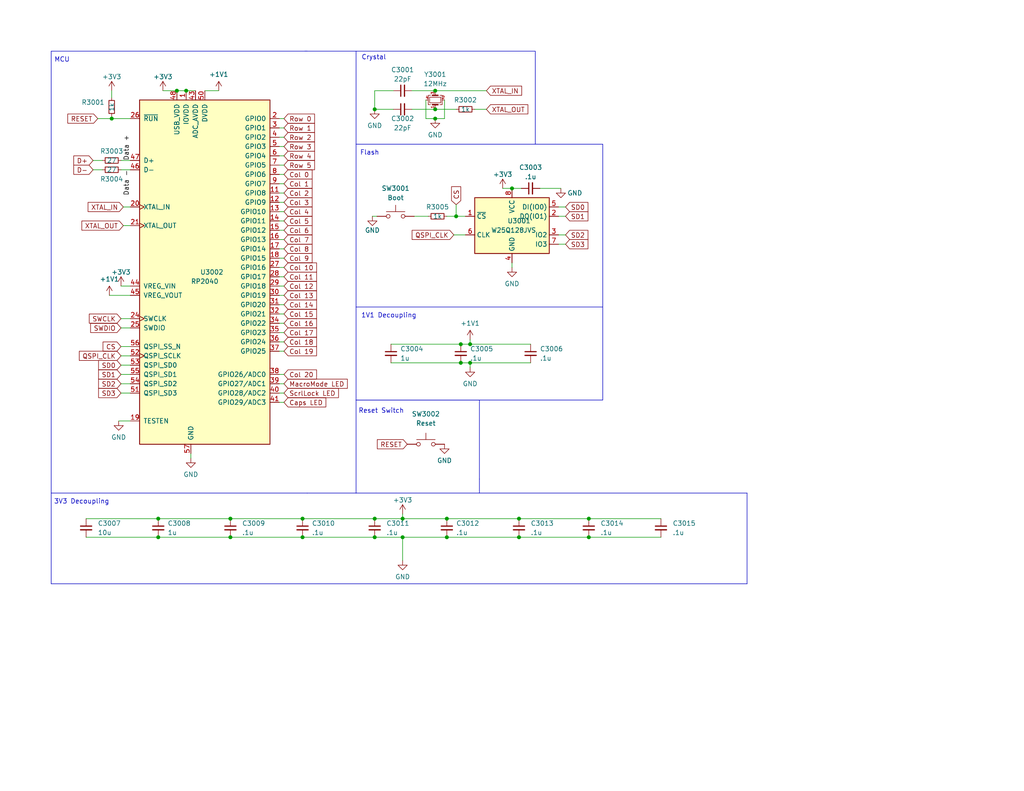
<source format=kicad_sch>
(kicad_sch (version 20230121) (generator eeschema)
  (paper "USLetter")
  (title_block (title "BadABoard MK1") (date "2022-09-13") (rev "1.0") (company "Callsign_Carrot"))
  (lib_symbols
    (symbol "Device:C_Small" (pin_numbers hide) (pin_names (offset 0.254) hide)
      (property "Reference" "C" (at 0.254 1.778 0))
      (property "Value" "C_Small" (at 0.254 -2.032 0))
      (symbol "C_Small_0_1"
        (polyline (pts (xy -1.524 -0.508) (xy 1.524 -0.508)) (stroke (width 0.3302)))
        (polyline (pts (xy -1.524 0.508) (xy 1.524 0.508)) (stroke (width 0.3048)))
      )
      (symbol "C_Small_1_1"
        (pin passive line (at 0 2.54 270) (length 2.032) (name "~") (number "1"))
        (pin passive line (at 0 -2.54 90) (length 2.032) (name "~") (number "2"))
      )
    )
    (symbol "Device:Crystal_GND24_Small" (pin_names (offset 1.016) hide)
      (property "Reference" "Y" (at 1.27 4.445 0))
      (property "Value" "Crystal_GND24_Small" (at 1.27 2.54 0))
      (symbol "Crystal_GND24_Small_0_1"
        (rectangle (start -0.762 -1.524) (end 0.762 1.524))
        (polyline (pts (xy -1.27 -0.762) (xy -1.27 0.762)) (stroke (width 0.381)))
        (polyline (pts (xy 1.27 -0.762) (xy 1.27 0.762)) (stroke (width 0.381)))
        (polyline (pts (xy -1.27 -1.27) (xy -1.27 -1.905) (xy 1.27 -1.905) (xy 1.27 -1.27)))
        (polyline (pts (xy -1.27 1.27) (xy -1.27 1.905) (xy 1.27 1.905) (xy 1.27 1.27)))
      )
      (symbol "Crystal_GND24_Small_1_1"
        (pin passive line (at -2.54 0 0) (length 1.27) (name "1") (number "1"))
        (pin passive line (at 0 -2.54 90) (length 0.635) (name "2") (number "2"))
        (pin passive line (at 2.54 0 180) (length 1.27) (name "3") (number "3"))
        (pin passive line (at 0 2.54 270) (length 0.635) (name "4") (number "4"))
      )
    )
    (symbol "Device:R_Small" (pin_numbers hide) (pin_names (offset 0.254) hide)
      (property "Reference" "R" (at 0.762 0.508 0))
      (property "Value" "R_Small" (at 0.762 -1.016 0))
      (symbol "R_Small_0_1"
        (rectangle (start -0.762 1.778) (end 0.762 -1.778) (stroke (width 0.2032)))
      )
      (symbol "R_Small_1_1"
        (pin passive line (at 0 2.54 270) (length 0.762) (name "~") (number "1"))
        (pin passive line (at 0 -2.54 90) (length 0.762) (name "~") (number "2"))
      )
    )
    (symbol "Memory_Flash:W25Q128JVS"
      (property "Reference" "U" (at -8.89 8.89 0))
      (property "Value" "W25Q128JVS" (at 7.62 8.89 0))
      (symbol "W25Q128JVS_0_1"
        (rectangle (start -10.16 7.62) (end 10.16 -7.62) (stroke (width 0.254)) (fill (type background)))
      )
      (symbol "W25Q128JVS_1_1"
        (pin input line (at -12.7 2.54 0) (length 2.54) (name "~{CS}") (number "1"))
        (pin bidirectional line (at 12.7 2.54 180) (length 2.54) (name "DO(IO1)") (number "2"))
        (pin bidirectional line (at 12.7 -2.54 180) (length 2.54) (name "IO2") (number "3"))
        (pin power_in line (at 0 -10.16 90) (length 2.54) (name "GND") (number "4"))
        (pin bidirectional line (at 12.7 5.08 180) (length 2.54) (name "DI(IO0)") (number "5"))
        (pin input line (at -12.7 -2.54 0) (length 2.54) (name "CLK") (number "6"))
        (pin bidirectional line (at 12.7 -5.08 180) (length 2.54) (name "IO3") (number "7"))
        (pin power_in line (at 0 10.16 270) (length 2.54) (name "VCC") (number "8"))
      )
    )
    (symbol "Switch:SW_Push" (pin_numbers hide) (pin_names (offset 1.016) hide)
      (property "Reference" "SW" (at 1.27 2.54 0))
      (property "Value" "SW_Push" (at 0 -1.524 0))
      (symbol "SW_Push_0_1"
        (circle (center -2.032 0) (radius 0.508))
        (polyline (pts (xy 0 1.27) (xy 0 3.048)))
        (polyline (pts (xy 2.54 1.27) (xy -2.54 1.27)))
        (circle (center 2.032 0) (radius 0.508))
        (pin passive line (at -5.08 0 0) (length 2.54) (name "1") (number "1"))
        (pin passive line (at 5.08 0 180) (length 2.54) (name "2") (number "2"))
      )
    )
    (symbol "cipulot_parts:RP2040" (pin_names (offset 1.016))
      (property "Reference" "U" (at 8.89 51.435 0))
      (property "Value" "RP2040" (at 8.89 48.895 0))
      (symbol "RP2040_0_0"
        (rectangle (start -17.78 -45.72) (end 17.78 48.26) (stroke (width 0.254)) (fill (type background)))
      )
      (symbol "RP2040_1_1"
        (pin power_in line (at -5.08 50.8 270) (length 2.54) (name "IOVDD") (number "1"))
        (pin power_in line (at -5.08 50.8 270) (length 2.54) hide (name "IOVDD") (number "10"))
        (pin input line (at 20.32 22.86 180) (length 2.54) (name "GPIO8") (number "11"))
        (pin input line (at 20.32 20.32 180) (length 2.54) (name "GPIO9") (number "12"))
        (pin input line (at 20.32 17.78 180) (length 2.54) (name "GPIO10") (number "13"))
        (pin input line (at 20.32 15.24 180) (length 2.54) (name "GPIO11") (number "14"))
        (pin input line (at 20.32 12.7 180) (length 2.54) (name "GPIO12") (number "15"))
        (pin input line (at 20.32 10.16 180) (length 2.54) (name "GPIO13") (number "16"))
        (pin input line (at 20.32 7.62 180) (length 2.54) (name "GPIO14") (number "17"))
        (pin input line (at 20.32 5.08 180) (length 2.54) (name "GPIO15") (number "18"))
        (pin input line (at -20.32 -39.37 0) (length 2.54) (name "TESTEN") (number "19"))
        (pin input line (at 20.32 43.18 180) (length 2.54) (name "GPIO0") (number "2"))
        (pin input clock (at -20.32 19.05 0) (length 2.54) (name "XTAL_IN") (number "20"))
        (pin input clock (at -20.32 13.97 0) (length 2.54) (name "XTAL_OUT") (number "21"))
        (pin power_in line (at -5.08 50.8 270) (length 2.54) hide (name "IOVDD") (number "22"))
        (pin power_in line (at 0 50.8 270) (length 2.54) hide (name "DVDD") (number "23"))
        (pin input clock (at -20.32 -11.43 0) (length 2.54) (name "SWCLK") (number "24"))
        (pin bidirectional line (at -20.32 -13.97 0) (length 2.54) (name "SWDIO") (number "25"))
        (pin input line (at -20.32 43.18 0) (length 2.54) (name "~{RUN}") (number "26"))
        (pin input line (at 20.32 2.54 180) (length 2.54) (name "GPIO16") (number "27"))
        (pin input line (at 20.32 0 180) (length 2.54) (name "GPIO17") (number "28"))
        (pin input line (at 20.32 -2.54 180) (length 2.54) (name "GPIO18") (number "29"))
        (pin input line (at 20.32 40.64 180) (length 2.54) (name "GPIO1") (number "3"))
        (pin input line (at 20.32 -5.08 180) (length 2.54) (name "GPIO19") (number "30"))
        (pin input line (at 20.32 -7.62 180) (length 2.54) (name "GPIO20") (number "31"))
        (pin input line (at 20.32 -10.16 180) (length 2.54) (name "GPIO21") (number "32"))
        (pin power_in line (at -5.08 50.8 270) (length 2.54) hide (name "IOVDD") (number "33"))
        (pin input line (at 20.32 -12.7 180) (length 2.54) (name "GPIO22") (number "34"))
        (pin input line (at 20.32 -15.24 180) (length 2.54) (name "GPIO23") (number "35"))
        (pin input line (at 20.32 -17.78 180) (length 2.54) (name "GPIO24") (number "36"))
        (pin input line (at 20.32 -20.32 180) (length 2.54) (name "GPIO25") (number "37"))
        (pin input line (at 20.32 -26.67 180) (length 2.54) (name "GPIO26/ADC0") (number "38"))
        (pin input line (at 20.32 -29.21 180) (length 2.54) (name "GPIO27/ADC1") (number "39"))
        (pin input line (at 20.32 38.1 180) (length 2.54) (name "GPIO2") (number "4"))
        (pin input line (at 20.32 -31.75 180) (length 2.54) (name "GPIO28/ADC2") (number "40"))
        (pin input line (at 20.32 -34.29 180) (length 2.54) (name "GPIO29/ADC3") (number "41"))
        (pin power_in line (at -5.08 50.8 270) (length 2.54) hide (name "IOVDD") (number "42"))
        (pin power_in line (at -2.54 50.8 270) (length 2.54) (name "ADC_AVDD") (number "43"))
        (pin power_in line (at -20.32 -2.54 0) (length 2.54) (name "VREG_VIN") (number "44"))
        (pin power_out line (at -20.32 -5.08 0) (length 2.54) (name "VREG_VOUT") (number "45"))
        (pin bidirectional line (at -20.32 29.21 0) (length 2.54) (name "D-") (number "46"))
        (pin bidirectional line (at -20.32 31.75 0) (length 2.54) (name "D+") (number "47"))
        (pin power_in line (at -7.62 50.8 270) (length 2.54) (name "USB_VDD") (number "48"))
        (pin power_in line (at -5.08 50.8 270) (length 2.54) hide (name "IOVDD") (number "49"))
        (pin input line (at 20.32 35.56 180) (length 2.54) (name "GPIO3") (number "5"))
        (pin power_in line (at 0 50.8 270) (length 2.54) (name "DVDD") (number "50"))
        (pin bidirectional line (at -20.32 -31.75 0) (length 2.54) (name "QSPI_SD3") (number "51"))
        (pin input clock (at -20.32 -21.59 0) (length 2.54) (name "QSPI_SCLK") (number "52"))
        (pin bidirectional line (at -20.32 -24.13 0) (length 2.54) (name "QSPI_SD0") (number "53"))
        (pin bidirectional line (at -20.32 -29.21 0) (length 2.54) (name "QSPI_SD2") (number "54"))
        (pin bidirectional line (at -20.32 -26.67 0) (length 2.54) (name "QSPI_SD1") (number "55"))
        (pin bidirectional line (at -20.32 -19.05 0) (length 2.54) (name "QSPI_SS_N") (number "56"))
        (pin power_in line (at -3.81 -48.26 90) (length 2.54) (name "GND") (number "57"))
        (pin input line (at 20.32 33.02 180) (length 2.54) (name "GPIO4") (number "6"))
        (pin input line (at 20.32 30.48 180) (length 2.54) (name "GPIO5") (number "7"))
        (pin input line (at 20.32 27.94 180) (length 2.54) (name "GPIO6") (number "8"))
        (pin input line (at 20.32 25.4 180) (length 2.54) (name "GPIO7") (number "9"))
      )
    )
    (symbol "power:+1V1" (power) (pin_names (offset 0))
      (property "Value" "+1V1" (at 0 3.556 0))
      (symbol "+1V1_0_1"
        (polyline (pts (xy -0.762 1.27) (xy 0 2.54)))
        (polyline (pts (xy 0 0) (xy 0 2.54)))
        (polyline (pts (xy 0 2.54) (xy 0.762 1.27)))
      )
      (symbol "+1V1_1_1"
        (pin power_in line (at 0 0 90) (length 0) hide (name "+1V1") (number "1"))
      )
    )
    (symbol "power:+3V3" (power) (pin_names (offset 0))
      (property "Value" "+3V3" (at 0 3.556 0))
      (symbol "+3V3_0_1"
        (polyline (pts (xy -0.762 1.27) (xy 0 2.54)))
        (polyline (pts (xy 0 0) (xy 0 2.54)))
        (polyline (pts (xy 0 2.54) (xy 0.762 1.27)))
      )
      (symbol "+3V3_1_1"
        (pin power_in line (at 0 0 90) (length 0) hide (name "+3V3") (number "1"))
      )
    )
    (symbol "power:GND" (power) (pin_names (offset 0))
      (property "Value" "GND" (at 0 -3.81 0))
      (symbol "GND_0_1"
        (polyline (pts (xy 0 0) (xy 0 -1.27) (xy 1.27 -1.27) (xy 0 -2.54) (xy -1.27 -1.27) (xy 0 -1.27)))
      )
      (symbol "GND_1_1"
        (pin power_in line (at 0 0 270) (length 0) hide (name "GND") (number "1"))
      )
    )
  )
  (junction (at 43.18 141.605))
  (junction (at 62.865 146.685))
  (junction (at 82.55 146.685))
  (junction (at 160.655 146.685))
  (junction (at 118.745 29.845))
  (junction (at 62.865 141.605))
  (junction (at 102.235 146.685))
  (junction (at 141.605 146.685))
  (junction (at 128.27 93.98))
  (junction (at 160.655 141.605))
  (junction (at 50.8 24.765))
  (junction (at 118.745 32.385))
  (junction (at 139.7 51.435))
  (junction (at 141.605 141.605))
  (junction (at 128.27 99.06))
  (junction (at 121.92 146.685))
  (junction (at 48.26 24.765))
  (junction (at 125.73 99.06))
  (junction (at 109.855 146.685))
  (junction (at 124.46 59.055))
  (junction (at 102.235 141.605))
  (junction (at 121.92 141.605))
  (junction (at 82.55 141.605))
  (junction (at 102.235 29.845))
  (junction (at 30.48 32.385))
  (junction (at 43.18 146.685))
  (junction (at 109.855 141.605))
  (junction (at 118.745 24.765))
  (junction (at 125.73 93.98))
  (wire (pts (xy 160.655 146.685) (xy 180.34 146.685)))
  (wire (pts (xy 76.2 104.775) (xy 77.47 104.775)))
  (wire (pts (xy 124.46 59.055) (xy 127 59.055)))
  (wire (pts (xy 76.2 60.325) (xy 77.47 60.325)))
  (polyline (pts (xy 97.155 109.22) (xy 130.81 109.22)))
  (polyline (pts (xy 97.155 13.97) (xy 146.05 13.97)))
  (wire (pts (xy 102.235 29.845) (xy 107.315 29.845)))
  (wire (pts (xy 76.2 85.725) (xy 77.47 85.725)))
  (polyline (pts (xy 13.97 159.385) (xy 203.835 159.385)))
  (wire (pts (xy 33.02 46.355) (xy 35.56 46.355)))
  (wire (pts (xy 33.02 43.815) (xy 35.56 43.815)))
  (wire (pts (xy 125.73 93.98) (xy 128.27 93.98)))
  (wire (pts (xy 33.02 102.235) (xy 35.56 102.235)))
  (polyline (pts (xy 83.82 134.62) (xy 13.97 134.62)))
  (wire (pts (xy 106.68 99.06) (xy 125.73 99.06)))
  (wire (pts (xy 76.2 50.165) (xy 77.47 50.165)))
  (wire (pts (xy 76.2 93.345) (xy 77.47 93.345)))
  (wire (pts (xy 76.2 40.005) (xy 77.47 40.005)))
  (wire (pts (xy 152.4 66.675) (xy 154.305 66.675)))
  (wire (pts (xy 76.2 70.485) (xy 77.47 70.485)))
  (wire (pts (xy 76.2 90.805) (xy 77.47 90.805)))
  (wire (pts (xy 109.855 146.685) (xy 109.855 153.035)))
  (wire (pts (xy 147.32 51.435) (xy 153.035 51.435)))
  (polyline (pts (xy 203.835 134.62) (xy 97.155 134.62)))
  (wire (pts (xy 102.235 24.765) (xy 107.315 24.765)))
  (wire (pts (xy 82.55 146.685) (xy 102.235 146.685)))
  (wire (pts (xy 30.48 24.765) (xy 30.48 26.67)))
  (wire (pts (xy 109.855 140.335) (xy 109.855 141.605)))
  (wire (pts (xy 124.46 55.88) (xy 124.46 59.055)))
  (polyline (pts (xy 13.97 134.62) (xy 13.97 159.385)))
  (wire (pts (xy 76.2 78.105) (xy 77.47 78.105)))
  (wire (pts (xy 33.02 86.995) (xy 35.56 86.995)))
  (wire (pts (xy 23.495 146.685) (xy 43.18 146.685)))
  (wire (pts (xy 76.2 37.465) (xy 77.47 37.465)))
  (wire (pts (xy 109.855 146.685) (xy 121.92 146.685)))
  (wire (pts (xy 62.865 146.685) (xy 82.55 146.685)))
  (wire (pts (xy 76.2 55.245) (xy 77.47 55.245)))
  (wire (pts (xy 102.235 29.845) (xy 102.235 24.765)))
  (polyline (pts (xy 13.97 13.97) (xy 83.82 13.97)))
  (wire (pts (xy 30.48 31.75) (xy 30.48 32.385)))
  (wire (pts (xy 76.2 83.185) (xy 77.47 83.185)))
  (wire (pts (xy 23.495 141.605) (xy 43.18 141.605)))
  (wire (pts (xy 29.845 80.645) (xy 35.56 80.645)))
  (wire (pts (xy 112.395 24.765) (xy 118.745 24.765)))
  (wire (pts (xy 76.2 67.945) (xy 77.47 67.945)))
  (wire (pts (xy 76.2 65.405) (xy 77.47 65.405)))
  (wire (pts (xy 33.02 104.775) (xy 35.56 104.775)))
  (wire (pts (xy 160.655 141.605) (xy 180.34 141.605)))
  (wire (pts (xy 121.285 32.385) (xy 118.745 32.385)))
  (wire (pts (xy 152.4 56.515) (xy 154.305 56.515)))
  (wire (pts (xy 33.655 56.515) (xy 35.56 56.515)))
  (wire (pts (xy 76.2 80.645) (xy 77.47 80.645)))
  (wire (pts (xy 33.02 99.695) (xy 35.56 99.695)))
  (wire (pts (xy 33.655 61.595) (xy 35.56 61.595)))
  (wire (pts (xy 25.4 43.815) (xy 27.94 43.815)))
  (wire (pts (xy 102.235 146.685) (xy 109.855 146.685)))
  (polyline (pts (xy 164.465 83.82) (xy 97.155 83.82)))
  (wire (pts (xy 128.27 92.71) (xy 128.27 93.98)))
  (polyline (pts (xy 13.97 13.97) (xy 13.97 134.62)))
  (wire (pts (xy 118.745 24.765) (xy 132.715 24.765)))
  (wire (pts (xy 43.18 141.605) (xy 62.865 141.605)))
  (wire (pts (xy 109.855 141.605) (xy 121.92 141.605)))
  (polyline (pts (xy 146.05 39.37) (xy 164.465 39.37)))
  (wire (pts (xy 125.73 99.06) (xy 128.27 99.06)))
  (wire (pts (xy 128.27 99.06) (xy 128.27 100.33)))
  (wire (pts (xy 139.7 51.435) (xy 142.24 51.435)))
  (polyline (pts (xy 130.81 130.81) (xy 130.81 134.62)))
  (polyline (pts (xy 83.82 134.62) (xy 97.155 134.62)))
  (wire (pts (xy 152.4 59.055) (xy 154.305 59.055)))
  (wire (pts (xy 76.2 42.545) (xy 77.47 42.545)))
  (wire (pts (xy 82.55 141.605) (xy 102.235 141.605)))
  (wire (pts (xy 26.67 32.385) (xy 30.48 32.385)))
  (wire (pts (xy 121.92 59.055) (xy 124.46 59.055)))
  (wire (pts (xy 116.205 32.385) (xy 118.745 32.385)))
  (polyline (pts (xy 97.155 13.97) (xy 97.155 134.62)))
  (wire (pts (xy 121.285 27.305) (xy 121.285 32.385)))
  (wire (pts (xy 52.07 123.825) (xy 52.07 125.095)))
  (wire (pts (xy 25.4 46.355) (xy 27.94 46.355)))
  (wire (pts (xy 76.2 47.625) (xy 77.47 47.625)))
  (wire (pts (xy 76.2 52.705) (xy 77.47 52.705)))
  (wire (pts (xy 76.2 102.235) (xy 77.47 102.235)))
  (polyline (pts (xy 203.835 159.385) (xy 203.835 134.62)))
  (polyline (pts (xy 83.185 13.97) (xy 97.155 13.97)))
  (wire (pts (xy 128.27 93.98) (xy 144.78 93.98)))
  (wire (pts (xy 76.2 57.785) (xy 77.47 57.785)))
  (wire (pts (xy 32.385 114.935) (xy 35.56 114.935)))
  (wire (pts (xy 77.47 109.855) (xy 76.2 109.855)))
  (wire (pts (xy 121.92 141.605) (xy 141.605 141.605)))
  (wire (pts (xy 76.2 32.385) (xy 77.47 32.385)))
  (wire (pts (xy 112.395 29.845) (xy 118.745 29.845)))
  (wire (pts (xy 118.745 29.845) (xy 124.46 29.845)))
  (wire (pts (xy 76.2 95.885) (xy 77.47 95.885)))
  (wire (pts (xy 33.02 97.155) (xy 35.56 97.155)))
  (wire (pts (xy 43.18 146.685) (xy 62.865 146.685)))
  (wire (pts (xy 33.02 94.615) (xy 35.56 94.615)))
  (wire (pts (xy 141.605 146.685) (xy 160.655 146.685)))
  (wire (pts (xy 152.4 64.135) (xy 154.305 64.135)))
  (wire (pts (xy 113.03 59.055) (xy 116.84 59.055)))
  (polyline (pts (xy 146.05 39.37) (xy 97.155 39.37)))
  (wire (pts (xy 128.27 99.06) (xy 144.78 99.06)))
  (polyline (pts (xy 130.81 109.22) (xy 130.81 130.81)))
  (wire (pts (xy 62.865 141.605) (xy 82.55 141.605)))
  (wire (pts (xy 33.02 89.535) (xy 35.56 89.535)))
  (wire (pts (xy 76.2 88.265) (xy 77.47 88.265)))
  (polyline (pts (xy 97.155 109.22) (xy 164.465 109.22)))
  (wire (pts (xy 76.2 75.565) (xy 77.47 75.565)))
  (wire (pts (xy 121.92 146.685) (xy 141.605 146.685)))
  (polyline (pts (xy 164.465 83.82) (xy 164.465 109.22)))
  (wire (pts (xy 76.2 62.865) (xy 77.47 62.865)))
  (wire (pts (xy 137.16 51.435) (xy 139.7 51.435)))
  (wire (pts (xy 123.825 64.135) (xy 127 64.135)))
  (wire (pts (xy 33.02 78.105) (xy 35.56 78.105)))
  (wire (pts (xy 141.605 141.605) (xy 160.655 141.605)))
  (polyline (pts (xy 164.465 39.37) (xy 164.465 83.82)))
  (wire (pts (xy 33.02 107.315) (xy 35.56 107.315)))
  (wire (pts (xy 30.48 32.385) (xy 35.56 32.385)))
  (wire (pts (xy 76.2 45.085) (xy 77.47 45.085)))
  (wire (pts (xy 102.235 141.605) (xy 109.855 141.605)))
  (wire (pts (xy 106.68 93.98) (xy 125.73 93.98)))
  (wire (pts (xy 129.54 29.845) (xy 132.715 29.845)))
  (polyline (pts (xy 146.05 13.97) (xy 146.05 39.37)))
  (wire (pts (xy 76.2 73.025) (xy 77.47 73.025)))
  (wire (pts (xy 77.47 107.315) (xy 76.2 107.315)))
  (wire (pts (xy 116.205 27.305) (xy 116.205 32.385)))
  (wire (pts (xy 50.8 24.765) (xy 53.34 24.765)))
  (wire (pts (xy 44.45 24.765) (xy 48.26 24.765)))
  (wire (pts (xy 101.6 59.055) (xy 102.87 59.055)))
  (wire (pts (xy 55.88 24.765) (xy 59.69 24.765)))
  (wire (pts (xy 48.26 24.765) (xy 50.8 24.765)))
  (wire (pts (xy 139.7 71.755) (xy 139.7 73.025)))
  (wire (pts (xy 76.2 34.925) (xy 77.47 34.925)))
  (text "MCU\n" (at 19.05 17.145 0) (effects (font (size 1.27 1.27)) (justify right bottom)))
  (text "1V1 Decoupling" (at 113.665 86.995 0) (effects (font (size 1.27 1.27)) (justify right bottom)))
  (text "Reset Switch" (at 97.79 113.03 0) (effects (font (size 1.27 1.27)) (justify left bottom)))
  (text "Flash\n" (at 103.505 42.545 0) (effects (font (size 1.27 1.27)) (justify right bottom)))
  (text "Crystal\n" (at 105.41 16.51 0) (effects (font (size 1.27 1.27)) (justify right bottom)))
  (text "3V3 Decoupling" (at 29.845 137.795 0) (effects (font (size 1.27 1.27)) (justify right bottom)))
  (label "Data -" (at 35.56 46.355 270))
  (label "Data +" (at 35.56 43.815 90))
  (global_label "SWDIO" (shape input) (at 33.02 89.535 180) (property "Intersheetrefs" "${INTERSHEET_REFS}" (effects hide)))
  (global_label "Col 16" (shape input) (at 77.47 88.265 0) (property "Intersheetrefs" "${INTERSHEET_REFS}" (effects hide)))
  (global_label "Caps LED" (shape input) (at 77.47 109.855 0) (property "Intersheetrefs" "${INTERSHEET_REFS}" (effects hide)))
  (global_label "Col 19" (shape input) (at 77.47 95.885 0) (property "Intersheetrefs" "${INTERSHEET_REFS}" (effects hide)))
  (global_label "RESET" (shape input) (at 111.125 121.285 180) (property "Intersheetrefs" "${INTERSHEET_REFS}" (effects hide)))
  (global_label "Col 17" (shape input) (at 77.47 90.805 0) (property "Intersheetrefs" "${INTERSHEET_REFS}" (effects hide)))
  (global_label "SD2" (shape input) (at 33.02 104.775 180) (property "Intersheetrefs" "${INTERSHEET_REFS}" (effects hide)))
  (global_label "Col 5" (shape input) (at 77.47 60.325 0) (property "Intersheetrefs" "${INTERSHEET_REFS}" (effects hide)))
  (global_label "SD0" (shape input) (at 33.02 99.695 180) (property "Intersheetrefs" "${INTERSHEET_REFS}" (effects hide)))
  (global_label "SD3" (shape input) (at 154.305 66.675 0) (property "Intersheetrefs" "${INTERSHEET_REFS}" (effects hide)))
  (global_label "Col 13" (shape input) (at 77.47 80.645 0) (property "Intersheetrefs" "${INTERSHEET_REFS}" (effects hide)))
  (global_label "Row 1" (shape input) (at 77.47 34.925 0) (property "Intersheetrefs" "${INTERSHEET_REFS}" (effects hide)))
  (global_label "Col 1" (shape input) (at 77.47 50.165 0) (property "Intersheetrefs" "${INTERSHEET_REFS}" (effects hide)))
  (global_label "Col 15" (shape input) (at 77.47 85.725 0) (property "Intersheetrefs" "${INTERSHEET_REFS}" (effects hide)))
  (global_label "RESET" (shape input) (at 26.67 32.385 180) (property "Intersheetrefs" "${INTERSHEET_REFS}" (effects hide)))
  (global_label "D-" (shape input) (at 25.4 46.355 180) (property "Intersheetrefs" "${INTERSHEET_REFS}" (effects hide)))
  (global_label "Col 8" (shape input) (at 77.47 67.945 0) (property "Intersheetrefs" "${INTERSHEET_REFS}" (effects hide)))
  (global_label "Col 9" (shape input) (at 77.47 70.485 0) (property "Intersheetrefs" "${INTERSHEET_REFS}" (effects hide)))
  (global_label "SD1" (shape input) (at 154.305 59.055 0) (property "Intersheetrefs" "${INTERSHEET_REFS}" (effects hide)))
  (global_label "QSPI_CLK" (shape input) (at 33.02 97.155 180) (property "Intersheetrefs" "${INTERSHEET_REFS}" (effects hide)))
  (global_label "Col 14" (shape input) (at 77.47 83.185 0) (property "Intersheetrefs" "${INTERSHEET_REFS}" (effects hide)))
  (global_label "Col 6" (shape input) (at 77.47 62.865 0) (property "Intersheetrefs" "${INTERSHEET_REFS}" (effects hide)))
  (global_label "SD2" (shape input) (at 154.305 64.135 0) (property "Intersheetrefs" "${INTERSHEET_REFS}" (effects hide)))
  (global_label "CS" (shape input) (at 33.02 94.615 180) (property "Intersheetrefs" "${INTERSHEET_REFS}" (effects hide)))
  (global_label "Col 11" (shape input) (at 77.47 75.565 0) (property "Intersheetrefs" "${INTERSHEET_REFS}" (effects hide)))
  (global_label "Row 3" (shape input) (at 77.47 40.005 0) (property "Intersheetrefs" "${INTERSHEET_REFS}" (effects hide)))
  (global_label "D+" (shape input) (at 25.4 43.815 180) (property "Intersheetrefs" "${INTERSHEET_REFS}" (effects hide)))
  (global_label "Col 0" (shape input) (at 77.47 47.625 0) (property "Intersheetrefs" "${INTERSHEET_REFS}" (effects hide)))
  (global_label "Col 10" (shape input) (at 77.47 73.025 0) (property "Intersheetrefs" "${INTERSHEET_REFS}" (effects hide)))
  (global_label "Row 0" (shape input) (at 77.47 32.385 0) (property "Intersheetrefs" "${INTERSHEET_REFS}" (effects hide)))
  (global_label "XTAL_IN" (shape input) (at 132.715 24.765 0) (property "Intersheetrefs" "${INTERSHEET_REFS}" (effects hide)))
  (global_label "Col 18" (shape input) (at 77.47 93.345 0) (property "Intersheetrefs" "${INTERSHEET_REFS}" (effects hide)))
  (global_label "Col 3" (shape input) (at 77.47 55.245 0) (property "Intersheetrefs" "${INTERSHEET_REFS}" (effects hide)))
  (global_label "SD1" (shape input) (at 33.02 102.235 180) (property "Intersheetrefs" "${INTERSHEET_REFS}" (effects hide)))
  (global_label "Row 4" (shape input) (at 77.47 42.545 0) (property "Intersheetrefs" "${INTERSHEET_REFS}" (effects hide)))
  (global_label "QSPI_CLK" (shape input) (at 123.825 64.135 180) (property "Intersheetrefs" "${INTERSHEET_REFS}" (effects hide)))
  (global_label "Col 12" (shape input) (at 77.47 78.105 0) (property "Intersheetrefs" "${INTERSHEET_REFS}" (effects hide)))
  (global_label "XTAL_OUT" (shape input) (at 132.715 29.845 0) (property "Intersheetrefs" "${INTERSHEET_REFS}" (effects hide)))
  (global_label "XTAL_IN" (shape input) (at 33.655 56.515 180) (property "Intersheetrefs" "${INTERSHEET_REFS}" (effects hide)))
  (global_label "Row 2" (shape input) (at 77.47 37.465 0) (property "Intersheetrefs" "${INTERSHEET_REFS}" (effects hide)))
  (global_label "Col 2" (shape input) (at 77.47 52.705 0) (property "Intersheetrefs" "${INTERSHEET_REFS}" (effects hide)))
  (global_label "MacroMode LED" (shape input) (at 77.47 104.775 0) (property "Intersheetrefs" "${INTERSHEET_REFS}" (effects hide)))
  (global_label "ScrlLock LED" (shape input) (at 77.47 107.315 0) (property "Intersheetrefs" "${INTERSHEET_REFS}" (effects hide)))
  (global_label "Row 5" (shape input) (at 77.47 45.085 0) (property "Intersheetrefs" "${INTERSHEET_REFS}" (effects hide)))
  (global_label "SD0" (shape input) (at 154.305 56.515 0) (property "Intersheetrefs" "${INTERSHEET_REFS}" (effects hide)))
  (global_label "SWCLK" (shape input) (at 33.02 86.995 180) (property "Intersheetrefs" "${INTERSHEET_REFS}" (effects hide)))
  (global_label "XTAL_OUT" (shape input) (at 33.655 61.595 180) (property "Intersheetrefs" "${INTERSHEET_REFS}" (effects hide)))
  (global_label "Col 20" (shape input) (at 77.47 102.235 0) (property "Intersheetrefs" "${INTERSHEET_REFS}" (effects hide)))
  (global_label "Col 4" (shape input) (at 77.47 57.785 0) (property "Intersheetrefs" "${INTERSHEET_REFS}" (effects hide)))
  (global_label "Col 7" (shape input) (at 77.47 65.405 0) (property "Intersheetrefs" "${INTERSHEET_REFS}" (effects hide)))
  (global_label "SD3" (shape input) (at 33.02 107.315 180) (property "Intersheetrefs" "${INTERSHEET_REFS}" (effects hide)))
  (global_label "CS" (shape input) (at 124.46 55.88 90) (property "Intersheetrefs" "${INTERSHEET_REFS}" (effects hide)))
  (symbol (lib_id "Memory_Flash:W25Q128JVS") (at 139.7 61.595 0) (unit 1)
    (property "Reference" "U3001" (at 138.43 60.325 0) (effects (justify left)))
    (property "Value" "W25Q128JVS" (at 133.985 62.865 0) (effects (justify left)))
    (property "Footprint" "Package_SO:SOIC-8_5.23x5.23mm_P1.27mm" (effects hide))
    (property "Datasheet" "http://www.winbond.com/resource-files/w25q128jv_dtr%20revc%2003272018%20plus.pdf" (effects hide))
  )
  (symbol (lib_id "Device:Crystal_GND24_Small") (at 118.745 27.305 90) (unit 1)
    (property "Reference" "Y3001" (at 118.745 20.32 90))
    (property "Value" "12MHz" (at 118.745 22.86 90))
    (property "Footprint" "Crystal:Crystal_SMD_3225-4Pin_3.2x2.5mm" (effects hide))
  )
  (symbol (lib_id "power:GND") (at 121.285 121.285 0) (unit 1)
    (property "Reference" "#PWR03015" (effects hide))
    (property "Value" "GND" (at 121.285 125.73 0))
  )
  (symbol (lib_id "power:+3V3") (at 30.48 24.765 0) (unit 1)
    (property "Reference" "#PWR03001" (effects hide))
    (property "Value" "+3V3" (at 30.48 20.955 0))
  )
  (symbol (lib_id "Device:C_Small") (at 125.73 96.52 0) (unit 1)
    (property "Reference" "C3005" (at 128.27 95.2562 0) (effects (justify left)))
    (property "Value" ".1u" (at 128.27 97.7962 0) (effects (justify left)))
    (property "Footprint" "Capacitor_SMD:C_0402_1005Metric" (effects hide))
  )
  (symbol (lib_id "cipulot_parts:RP2040") (at 55.88 75.565 0) (unit 1)
    (property "Reference" "U3002" (at 54.61 74.295 0) (effects (justify left)))
    (property "Value" "RP2040" (at 52.07 76.835 0) (effects (justify left)))
    (property "Footprint" "cipulot_parts:RP2040-QFN-56" (effects hide))
    (property "Datasheet" "https://datasheets.raspberrypi.com/rp2040/rp2040-datasheet.pdf" (effects hide))
  )
  (symbol (lib_id "Device:C_Small") (at 180.34 144.145 0) (unit 1)
    (property "Reference" "C3015" (at 183.515 142.8812 0) (effects (justify left)))
    (property "Value" ".1u" (at 183.515 145.4212 0) (effects (justify left)))
    (property "Footprint" "Capacitor_SMD:C_0402_1005Metric" (effects hide))
  )
  (symbol (lib_id "Device:R_Small") (at 30.48 29.21 0) (unit 1)
    (property "Reference" "R3001" (at 22.225 27.94 0) (effects (justify left)))
    (property "Value" "1k" (at 30.48 30.48 90) (effects (justify left)))
    (property "Footprint" "Resistor_SMD:R_0402_1005Metric" (effects hide))
  )
  (symbol (lib_id "Device:R_Small") (at 119.38 59.055 90) (unit 1)
    (property "Reference" "R3005" (at 119.38 56.515 90))
    (property "Value" "1k" (at 119.38 59.055 90))
    (property "Footprint" "Resistor_SMD:R_0402_1005Metric" (effects hide))
  )
  (symbol (lib_id "power:GND") (at 52.07 125.095 0) (unit 1)
    (property "Reference" "#PWR03016" (effects hide))
    (property "Value" "GND" (at 52.07 129.54 0))
  )
  (symbol (lib_id "power:GND") (at 139.7 73.025 0) (unit 1)
    (property "Reference" "#PWR03009" (effects hide))
    (property "Value" "GND" (at 139.7 77.47 0))
  )
  (symbol (lib_id "Device:R_Small") (at 127 29.845 90) (unit 1)
    (property "Reference" "R3002" (at 127 27.305 90))
    (property "Value" "1k" (at 127 29.845 90))
    (property "Footprint" "Resistor_SMD:R_0402_1005Metric" (effects hide))
  )
  (symbol (lib_id "power:+3V3") (at 137.16 51.435 0) (unit 1)
    (property "Reference" "#PWR03006" (effects hide))
    (property "Value" "+3V3" (at 137.16 47.625 0))
  )
  (symbol (lib_id "power:GND") (at 101.6 59.055 0) (unit 1)
    (property "Reference" "#PWR03008" (effects hide))
    (property "Value" "GND" (at 101.6 62.865 0))
  )
  (symbol (lib_id "Device:C_Small") (at 109.855 24.765 90) (unit 1)
    (property "Reference" "C3001" (at 109.855 19.05 90))
    (property "Value" "22pF" (at 109.855 21.59 90))
    (property "Footprint" "Capacitor_SMD:C_0402_1005Metric" (effects hide))
  )
  (symbol (lib_id "power:+1V1") (at 128.27 92.71 0) (unit 1)
    (property "Reference" "#PWR03012" (effects hide))
    (property "Value" "+1V1" (at 128.27 88.265 0))
  )
  (symbol (lib_id "Device:C_Small") (at 121.92 144.145 0) (unit 1)
    (property "Reference" "C3012" (at 124.46 142.8812 0) (effects (justify left)))
    (property "Value" ".1u" (at 124.46 145.4212 0) (effects (justify left)))
    (property "Footprint" "Capacitor_SMD:C_0402_1005Metric" (effects hide))
  )
  (symbol (lib_id "power:GND") (at 118.745 32.385 0) (unit 1)
    (property "Reference" "#PWR03005" (effects hide))
    (property "Value" "GND" (at 118.745 36.83 0))
  )
  (symbol (lib_id "Switch:SW_Push") (at 107.95 59.055 0) (unit 1)
    (property "Reference" "SW3001" (at 107.95 51.435 0))
    (property "Value" "Boot" (at 107.95 53.975 0))
    (property "Footprint" "Button_Switch_SMD:SW_SPST_TL3342" (effects hide))
  )
  (symbol (lib_id "Device:C_Small") (at 144.78 96.52 0) (unit 1)
    (property "Reference" "C3006" (at 147.32 95.2562 0) (effects (justify left)))
    (property "Value" ".1u" (at 147.32 97.7962 0) (effects (justify left)))
    (property "Footprint" "Capacitor_SMD:C_0402_1005Metric" (effects hide))
  )
  (symbol (lib_id "Device:C_Small") (at 141.605 144.145 0) (unit 1)
    (property "Reference" "C3013" (at 144.78 142.8812 0) (effects (justify left)))
    (property "Value" ".1u" (at 144.78 145.4212 0) (effects (justify left)))
    (property "Footprint" "Capacitor_SMD:C_0402_1005Metric" (effects hide))
  )
  (symbol (lib_id "power:+3V3") (at 33.02 78.105 0) (unit 1)
    (property "Reference" "#PWR03010" (effects hide))
    (property "Value" "+3V3" (at 33.02 74.295 0))
  )
  (symbol (lib_id "Device:C_Small") (at 82.55 144.145 0) (unit 1)
    (property "Reference" "C3010" (at 85.09 142.8812 0) (effects (justify left)))
    (property "Value" ".1u" (at 85.09 145.4212 0) (effects (justify left)))
    (property "Footprint" "Capacitor_SMD:C_0402_1005Metric" (effects hide))
  )
  (symbol (lib_id "power:GND") (at 109.855 153.035 0) (unit 1)
    (property "Reference" "#PWR03018" (effects hide))
    (property "Value" "GND" (at 109.855 157.48 0))
  )
  (symbol (lib_id "power:+3V3") (at 109.855 140.335 0) (unit 1)
    (property "Reference" "#PWR03017" (effects hide))
    (property "Value" "+3V3" (at 109.855 136.525 0))
  )
  (symbol (lib_id "Device:C_Small") (at 62.865 144.145 0) (unit 1)
    (property "Reference" "C3009" (at 66.04 142.8812 0) (effects (justify left)))
    (property "Value" ".1u" (at 66.04 145.4212 0) (effects (justify left)))
    (property "Footprint" "Capacitor_SMD:C_0402_1005Metric" (effects hide))
  )
  (symbol (lib_id "Device:C_Small") (at 23.495 144.145 0) (unit 1)
    (property "Reference" "C3007" (at 26.67 142.8812 0) (effects (justify left)))
    (property "Value" "10u" (at 26.67 145.4212 0) (effects (justify left)))
    (property "Footprint" "Capacitor_SMD:C_0402_1005Metric" (effects hide))
  )
  (symbol (lib_id "power:GND") (at 32.385 114.935 0) (unit 1)
    (property "Reference" "#PWR03014" (effects hide))
    (property "Value" "GND" (at 32.385 119.38 0))
  )
  (symbol (lib_id "Switch:SW_Push") (at 116.205 121.285 0) (unit 1)
    (property "Reference" "SW3002" (at 116.205 113.03 0))
    (property "Value" "Reset" (at 116.205 115.57 0))
    (property "Footprint" "Button_Switch_SMD:SW_SPST_TL3342" (effects hide))
  )
  (symbol (lib_id "power:+1V1") (at 29.845 80.645 0) (unit 1)
    (property "Reference" "#PWR03011" (effects hide))
    (property "Value" "+1V1" (at 29.845 76.2 0))
  )
  (symbol (lib_id "Device:C_Small") (at 106.68 96.52 0) (unit 1)
    (property "Reference" "C3004" (at 109.22 95.2562 0) (effects (justify left)))
    (property "Value" "1u" (at 109.22 97.7962 0) (effects (justify left)))
    (property "Footprint" "Capacitor_SMD:C_0402_1005Metric" (effects hide))
  )
  (symbol (lib_id "Device:C_Small") (at 43.18 144.145 0) (unit 1)
    (property "Reference" "C3008" (at 45.72 142.8812 0) (effects (justify left)))
    (property "Value" "1u" (at 45.72 145.4212 0) (effects (justify left)))
    (property "Footprint" "Capacitor_SMD:C_0402_1005Metric" (effects hide))
  )
  (symbol (lib_id "power:+1V1") (at 59.69 24.765 0) (unit 1)
    (property "Reference" "#PWR03003" (effects hide))
    (property "Value" "+1V1" (at 59.69 20.32 0))
  )
  (symbol (lib_id "Device:C_Small") (at 102.235 144.145 0) (unit 1)
    (property "Reference" "C3011" (at 105.41 142.8812 0) (effects (justify left)))
    (property "Value" ".1u" (at 105.41 145.4212 0) (effects (justify left)))
    (property "Footprint" "Capacitor_SMD:C_0402_1005Metric" (effects hide))
  )
  (symbol (lib_id "power:+3V3") (at 44.45 24.765 0) (unit 1)
    (property "Reference" "#PWR03002" (effects hide))
    (property "Value" "+3V3" (at 44.45 20.955 0))
  )
  (symbol (lib_id "power:GND") (at 102.235 29.845 0) (unit 1)
    (property "Reference" "#PWR03004" (effects hide))
    (property "Value" "GND" (at 102.235 34.29 0))
  )
  (symbol (lib_id "power:GND") (at 153.035 51.435 0) (unit 1)
    (property "Reference" "#PWR03007" (effects hide))
    (property "Value" "GND" (at 156.845 52.705 0))
  )
  (symbol (lib_id "Device:C_Small") (at 160.655 144.145 0) (unit 1)
    (property "Reference" "C3014" (at 163.83 142.8812 0) (effects (justify left)))
    (property "Value" ".1u" (at 163.83 145.4212 0) (effects (justify left)))
    (property "Footprint" "Capacitor_SMD:C_0402_1005Metric" (effects hide))
  )
  (symbol (lib_id "Device:C_Small") (at 109.855 29.845 90) (unit 1)
    (property "Reference" "C3002" (at 109.855 32.385 90))
    (property "Value" "22pF" (at 109.855 34.925 90))
    (property "Footprint" "Capacitor_SMD:C_0402_1005Metric" (effects hide))
  )
  (symbol (lib_id "power:GND") (at 128.27 100.33 0) (unit 1)
    (property "Reference" "#PWR03013" (effects hide))
    (property "Value" "GND" (at 128.27 104.775 0))
  )
  (symbol (lib_id "Device:R_Small") (at 30.48 46.355 90) (unit 1)
    (property "Reference" "R3004" (at 30.48 48.895 90))
    (property "Value" "27" (at 30.48 46.355 90))
    (property "Footprint" "Resistor_SMD:R_0402_1005Metric" (effects hide))
  )
  (symbol (lib_id "Device:C_Small") (at 144.78 51.435 90) (unit 1)
    (property "Reference" "C3003" (at 144.78 45.72 90))
    (property "Value" ".1u" (at 144.78 48.26 90))
    (property "Footprint" "Capacitor_SMD:C_0402_1005Metric" (effects hide))
  )
  (symbol (lib_id "Device:R_Small") (at 30.48 43.815 90) (unit 1)
    (property "Reference" "R3003" (at 30.48 41.275 90))
    (property "Value" "27" (at 30.48 43.815 90))
    (property "Footprint" "Resistor_SMD:R_0402_1005Metric" (effects hide))
  )
)
</source>
